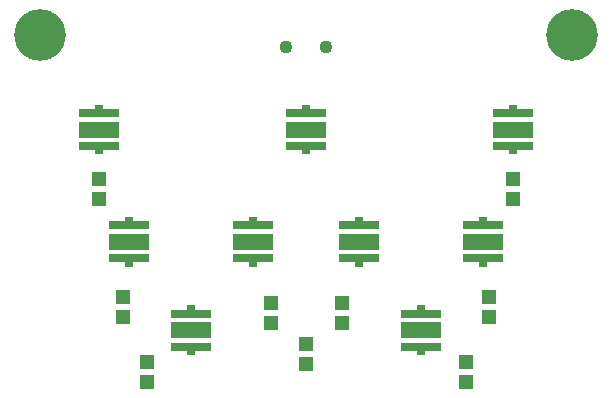
<source format=gts>
G75*
G70*
%OFA0B0*%
%FSLAX24Y24*%
%IPPOS*%
%LPD*%
%AMOC8*
5,1,8,0,0,1.08239X$1,22.5*
%
%ADD10R,0.0493X0.0454*%
%ADD11R,0.1359X0.0572*%
%ADD12R,0.1359X0.0257*%
%ADD13R,0.0257X0.0217*%
%ADD14C,0.0436*%
%ADD15C,0.1720*%
D10*
X004824Y002915D03*
X004824Y003584D03*
X005612Y001419D03*
X005612Y000750D03*
X009746Y002718D03*
X009746Y003387D03*
X010927Y002009D03*
X010927Y001340D03*
X012108Y002718D03*
X012108Y003387D03*
X016242Y001419D03*
X016242Y000750D03*
X017029Y002915D03*
X017029Y003584D03*
X017817Y006852D03*
X017817Y007521D03*
X004037Y007521D03*
X004037Y006852D03*
D11*
X005029Y005415D03*
X009155Y005415D03*
X012698Y005415D03*
X016832Y005415D03*
X014765Y002462D03*
X007088Y002462D03*
X004037Y009155D03*
X010927Y009155D03*
X017817Y009155D03*
D12*
X017817Y008604D03*
X017817Y009706D03*
X016832Y005966D03*
X016832Y004864D03*
X014765Y003013D03*
X014765Y001911D03*
X012698Y004864D03*
X012698Y005966D03*
X009155Y005966D03*
X009155Y004864D03*
X007088Y003013D03*
X007088Y001911D03*
X005029Y004864D03*
X005029Y005966D03*
X004037Y008604D03*
X004037Y009706D03*
X010927Y009706D03*
X010927Y008604D03*
D13*
X010927Y008427D03*
X010927Y009883D03*
X012698Y006143D03*
X012698Y004687D03*
X014765Y003191D03*
X014765Y001734D03*
X016832Y004687D03*
X016832Y006143D03*
X017817Y008427D03*
X017817Y009883D03*
X009155Y006143D03*
X009155Y004687D03*
X007088Y003191D03*
X007088Y001734D03*
X005029Y004687D03*
X005029Y006143D03*
X004037Y008427D03*
X004037Y009883D03*
D14*
X010261Y011915D03*
X011600Y011915D03*
D15*
X019785Y012305D03*
X002069Y012305D03*
M02*

</source>
